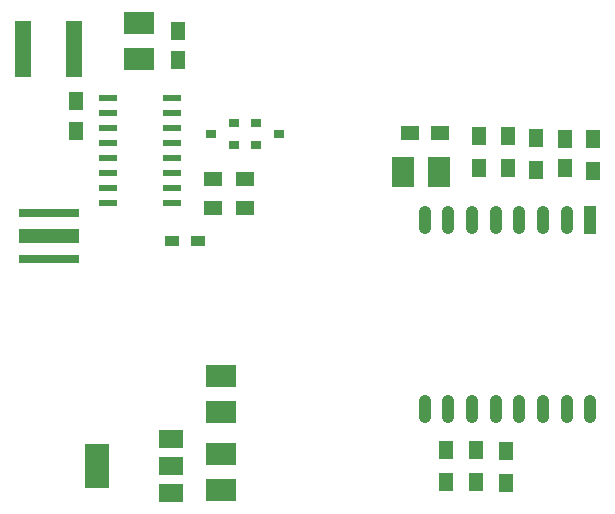
<source format=gtp>
%TF.GenerationSoftware,KiCad,Pcbnew,(2017-11-08 revision cd21218)-HEAD*%
%TF.CreationDate,2018-01-31T14:34:16+02:00*%
%TF.ProjectId,esp8266_uno,657370383236365F756E6F2E6B696361,rev?*%
%TF.SameCoordinates,Original*%
%TF.FileFunction,Paste,Top*%
%TF.FilePolarity,Positive*%
%FSLAX46Y46*%
G04 Gerber Fmt 4.6, Leading zero omitted, Abs format (unit mm)*
G04 Created by KiCad (PCBNEW (2017-11-08 revision cd21218)-HEAD) date Wed Jan 31 14:34:16 2018*
%MOMM*%
%LPD*%
G01*
G04 APERTURE LIST*
%ADD10O,1.100000X2.400000*%
%ADD11R,1.100000X2.400000*%
%ADD12R,1.250000X1.500000*%
%ADD13R,1.500000X1.250000*%
%ADD14R,1.200000X0.900000*%
%ADD15R,0.900000X0.800000*%
%ADD16R,1.300000X1.500000*%
%ADD17R,2.000000X3.800000*%
%ADD18R,2.000000X1.500000*%
%ADD19R,1.500000X0.600000*%
%ADD20R,5.100000X0.800000*%
%ADD21R,5.100000X1.300000*%
%ADD22R,1.950000X2.500000*%
%ADD23R,2.500000X1.950000*%
%ADD24R,1.460000X4.840000*%
%ADD25R,1.500000X1.300000*%
G04 APERTURE END LIST*
D10*
%TO.C,U1*%
X171323000Y-119886000D03*
X169323000Y-119886000D03*
X167323000Y-119886000D03*
X165323000Y-119886000D03*
X163323000Y-119886000D03*
X161323000Y-119886000D03*
X159323000Y-119886000D03*
X157323000Y-119886000D03*
X157323000Y-103886000D03*
X159323000Y-103886000D03*
X161323000Y-103886000D03*
X163323000Y-103886000D03*
X165323000Y-103886000D03*
X167323000Y-103886000D03*
X169323000Y-103886000D03*
D11*
X171323000Y-103886000D03*
%TD*%
D12*
%TO.C,C1*%
X169164000Y-99548000D03*
X169164000Y-97048000D03*
%TD*%
D13*
%TO.C,C2*%
X156103000Y-96520000D03*
X158603000Y-96520000D03*
%TD*%
D12*
%TO.C,C5*%
X127762000Y-96373000D03*
X127762000Y-93873000D03*
%TD*%
%TO.C,C8*%
X136398000Y-90404000D03*
X136398000Y-87904000D03*
%TD*%
D14*
%TO.C,JP1*%
X138133000Y-105664000D03*
X135933000Y-105664000D03*
%TD*%
D15*
%TO.C,Q1*%
X139208000Y-96647000D03*
X141208000Y-95697000D03*
X141208000Y-97597000D03*
%TD*%
%TO.C,Q2*%
X143018000Y-95697000D03*
X143018000Y-97597000D03*
X145018000Y-96647000D03*
%TD*%
D16*
%TO.C,R1*%
X161925000Y-99521000D03*
X161925000Y-96821000D03*
%TD*%
%TO.C,R2*%
X171577000Y-99775000D03*
X171577000Y-97075000D03*
%TD*%
%TO.C,R3*%
X164211000Y-126191000D03*
X164211000Y-123491000D03*
%TD*%
%TO.C,R4*%
X161671000Y-123364000D03*
X161671000Y-126064000D03*
%TD*%
%TO.C,R5*%
X159131000Y-126064000D03*
X159131000Y-123364000D03*
%TD*%
%TO.C,R6*%
X166751000Y-99648000D03*
X166751000Y-96948000D03*
%TD*%
%TO.C,R7*%
X164338000Y-99521000D03*
X164338000Y-96821000D03*
%TD*%
D17*
%TO.C,U2*%
X129565000Y-124714000D03*
D18*
X135865000Y-124714000D03*
X135865000Y-122414000D03*
X135865000Y-127014000D03*
%TD*%
D19*
%TO.C,U3*%
X130523000Y-93599000D03*
X130523000Y-94869000D03*
X130523000Y-96139000D03*
X130523000Y-97409000D03*
X130523000Y-98679000D03*
X130523000Y-99949000D03*
X130523000Y-101219000D03*
X130523000Y-102489000D03*
X135923000Y-102489000D03*
X135923000Y-101219000D03*
X135923000Y-99949000D03*
X135923000Y-98679000D03*
X135923000Y-97409000D03*
X135923000Y-96139000D03*
X135923000Y-94869000D03*
X135923000Y-93599000D03*
%TD*%
D20*
%TO.C,X1*%
X125476000Y-103333000D03*
D21*
X125476000Y-105283000D03*
D20*
X125476000Y-107233000D03*
%TD*%
D22*
%TO.C,C3*%
X158497000Y-99822000D03*
X155447000Y-99822000D03*
%TD*%
D23*
%TO.C,C4*%
X140081000Y-117093000D03*
X140081000Y-120143000D03*
%TD*%
%TO.C,C6*%
X140081000Y-126747000D03*
X140081000Y-123697000D03*
%TD*%
%TO.C,C7*%
X133096000Y-90298000D03*
X133096000Y-87248000D03*
%TD*%
D24*
%TO.C,F1*%
X127626000Y-89408000D03*
X123326000Y-89408000D03*
%TD*%
D25*
%TO.C,R8*%
X142066000Y-100457000D03*
X139366000Y-100457000D03*
%TD*%
%TO.C,R9*%
X139366000Y-102870000D03*
X142066000Y-102870000D03*
%TD*%
M02*

</source>
